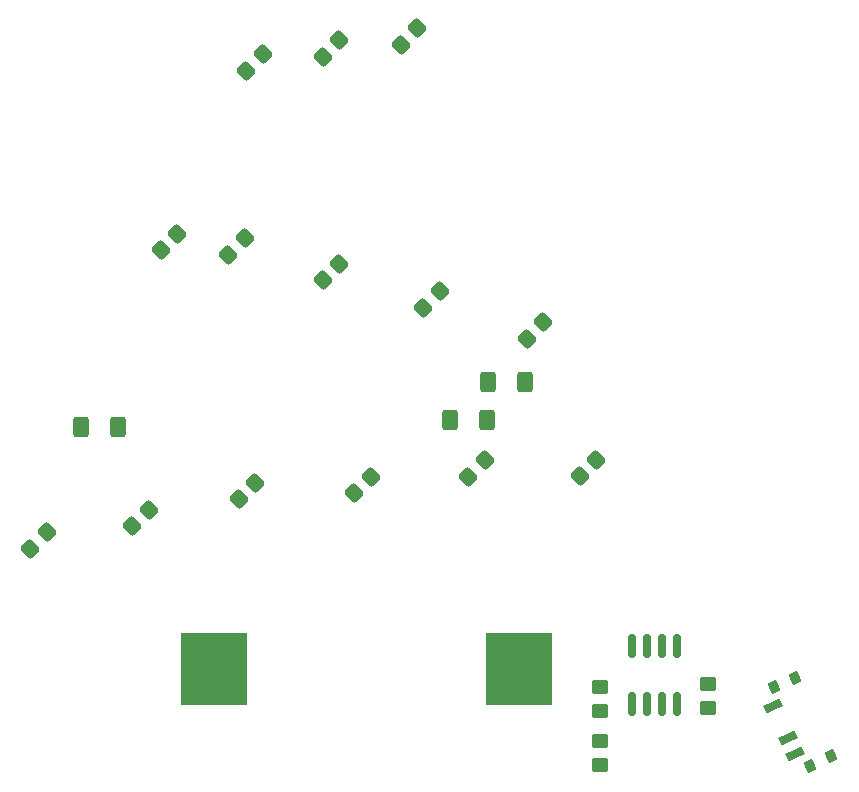
<source format=gbp>
G04 #@! TF.GenerationSoftware,KiCad,Pcbnew,7.0.9*
G04 #@! TF.CreationDate,2023-11-12T20:37:04+01:00*
G04 #@! TF.ProjectId,christmas_ornament_2023,63687269-7374-46d6-9173-5f6f726e616d,1.0*
G04 #@! TF.SameCoordinates,Original*
G04 #@! TF.FileFunction,Paste,Bot*
G04 #@! TF.FilePolarity,Positive*
%FSLAX46Y46*%
G04 Gerber Fmt 4.6, Leading zero omitted, Abs format (unit mm)*
G04 Created by KiCad (PCBNEW 7.0.9) date 2023-11-12 20:37:04*
%MOMM*%
%LPD*%
G01*
G04 APERTURE LIST*
G04 Aperture macros list*
%AMRoundRect*
0 Rectangle with rounded corners*
0 $1 Rounding radius*
0 $2 $3 $4 $5 $6 $7 $8 $9 X,Y pos of 4 corners*
0 Add a 4 corners polygon primitive as box body*
4,1,4,$2,$3,$4,$5,$6,$7,$8,$9,$2,$3,0*
0 Add four circle primitives for the rounded corners*
1,1,$1+$1,$2,$3*
1,1,$1+$1,$4,$5*
1,1,$1+$1,$6,$7*
1,1,$1+$1,$8,$9*
0 Add four rect primitives between the rounded corners*
20,1,$1+$1,$2,$3,$4,$5,0*
20,1,$1+$1,$4,$5,$6,$7,0*
20,1,$1+$1,$6,$7,$8,$9,0*
20,1,$1+$1,$8,$9,$2,$3,0*%
%AMRotRect*
0 Rectangle, with rotation*
0 The origin of the aperture is its center*
0 $1 length*
0 $2 width*
0 $3 Rotation angle, in degrees counterclockwise*
0 Add horizontal line*
21,1,$1,$2,0,0,$3*%
G04 Aperture macros list end*
%ADD10RoundRect,0.250000X-0.070711X0.565685X-0.565685X0.070711X0.070711X-0.565685X0.565685X-0.070711X0*%
%ADD11RoundRect,0.250000X0.450000X-0.350000X0.450000X0.350000X-0.450000X0.350000X-0.450000X-0.350000X0*%
%ADD12RoundRect,0.250000X-0.450000X0.350000X-0.450000X-0.350000X0.450000X-0.350000X0.450000X0.350000X0*%
%ADD13RoundRect,0.250000X-0.400000X-0.625000X0.400000X-0.625000X0.400000X0.625000X-0.400000X0.625000X0*%
%ADD14R,5.700000X6.100000*%
%ADD15RotRect,0.700000X1.500000X295.000000*%
%ADD16RotRect,1.000000X0.800000X295.000000*%
%ADD17RoundRect,0.150000X-0.150000X0.825000X-0.150000X-0.825000X0.150000X-0.825000X0.150000X0.825000X0*%
G04 APERTURE END LIST*
D10*
X102506214Y-99423786D03*
X101092000Y-100838000D03*
D11*
X121412000Y-120396000D03*
X121412000Y-118396000D03*
D10*
X74058214Y-103614786D03*
X72644000Y-105029000D03*
X83693000Y-65024000D03*
X82278786Y-66438214D03*
X98679000Y-85090000D03*
X97264786Y-86504214D03*
X76471214Y-80246786D03*
X75057000Y-81661000D03*
X65422214Y-105519786D03*
X64008000Y-106934000D03*
D12*
X112268000Y-123206000D03*
X112268000Y-125206000D03*
D10*
X90187214Y-63863786D03*
X88773000Y-65278000D03*
X96791214Y-62847786D03*
X95377000Y-64262000D03*
D13*
X102818000Y-92837000D03*
X105918000Y-92837000D03*
D10*
X92854214Y-100820786D03*
X91440000Y-102235000D03*
D14*
X105410000Y-117094000D03*
X79610000Y-117094000D03*
D15*
X126871926Y-120260192D03*
X128139781Y-122979116D03*
X128773708Y-124338577D03*
D16*
X126991712Y-118659606D03*
X128740886Y-117843953D03*
X131826000Y-124460000D03*
X130076826Y-125275653D03*
D10*
X90187214Y-82786786D03*
X88773000Y-84201000D03*
X82186214Y-80627786D03*
X80772000Y-82042000D03*
X111959107Y-99368893D03*
X110544893Y-100783107D03*
D13*
X68326000Y-96647000D03*
X71426000Y-96647000D03*
D10*
X83075214Y-101328786D03*
X81661000Y-102743000D03*
D17*
X114935000Y-115127000D03*
X116205000Y-115127000D03*
X117475000Y-115127000D03*
X118745000Y-115127000D03*
X118745000Y-120077000D03*
X117475000Y-120077000D03*
X116205000Y-120077000D03*
X114935000Y-120077000D03*
D10*
X107459214Y-87739786D03*
X106045000Y-89154000D03*
D13*
X99568000Y-96012000D03*
X102668000Y-96012000D03*
D12*
X112268000Y-118618000D03*
X112268000Y-120618000D03*
M02*

</source>
